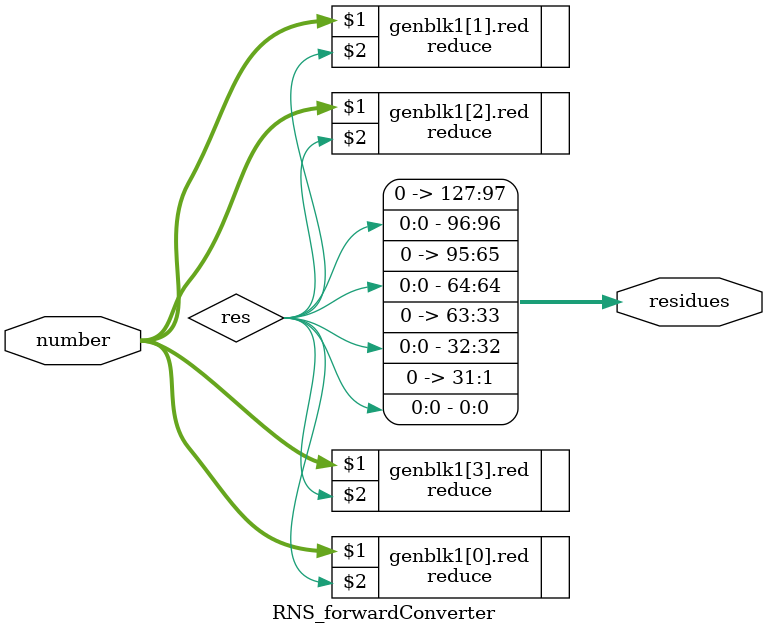
<source format=v>
module RNS_forwardConverter
    #(
     parameter integer N_MOD = 4,
     parameter integer MOD_BW = 32,
     parameter integer BIT_WIDTH = 64,
     parameter [N_MOD*MOD_BW - 1 : 0] MODULI  = {32'd7, 32'd11, 32'd17, 32'd19}
    )
    (
    input  wire [BIT_WIDTH-1:0] number,
    output wire [N_MOD * MOD_BW - 1 : 0] residues
    );
    
    //create reduction units
    genvar i;
 
    generate 
        for (i = 0; i < N_MOD; i = i + 1) begin
            reduce #(BIT_WIDTH, MODULI[(i+1) * MOD_BW - 1: i * MOD_BW]) red (number, res);
            assign residues[(i+1) * MOD_BW - 1: i * MOD_BW] = res;
        end
    endgenerate
    

endmodule
</source>
